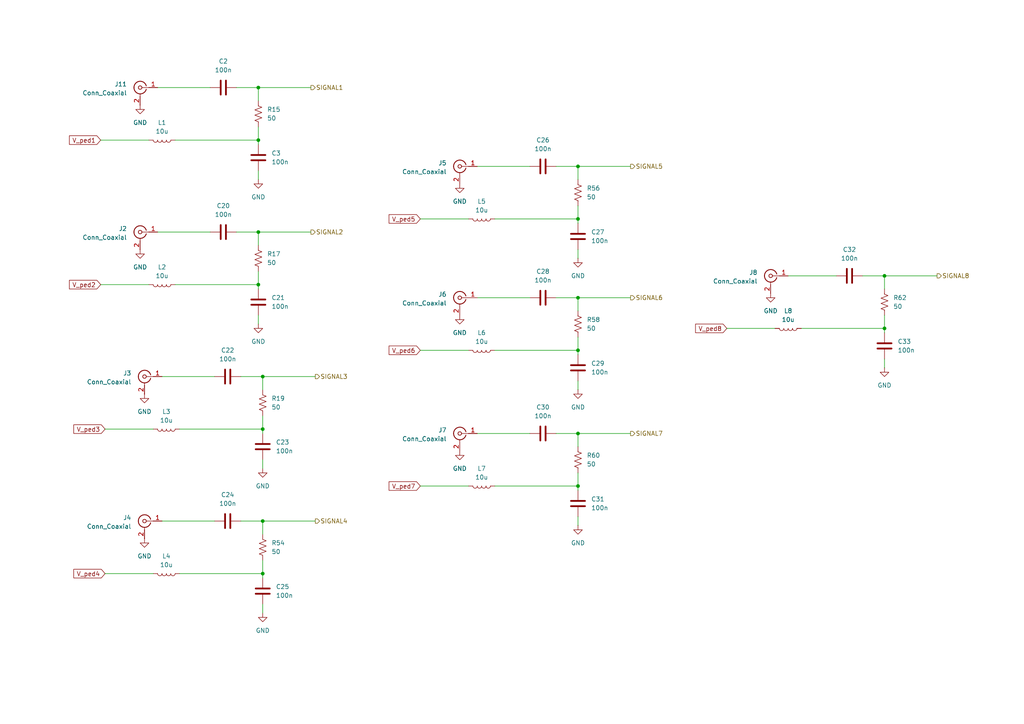
<source format=kicad_sch>
(kicad_sch (version 20231120) (generator "eeschema") (generator_version "8.0")
  (paper "A4")
  (lib_symbols
    (symbol "Connector:Conn_Coaxial" (pin_names (offset 1.016) hide)
      (property "Reference" "J" (at 0.254 3.048 0))
      (property "Value" "Conn_Coaxial" (at 2.921 0 90))
      (symbol "Conn_Coaxial_0_1"
        (arc (start -1.778 -0.508) (mid 0.2311 -1.8066) (end 1.778 0) (stroke (width 0.254)))
        (polyline (pts (xy -2.54 0) (xy -0.508 0)))
        (polyline (pts (xy 0 -2.54) (xy 0 -1.778)))
        (circle (center 0 0) (radius 0.508) (stroke (width 0.2032)))
        (arc (start 1.778 0) (mid 0.2099 1.8101) (end -1.778 0.508) (stroke (width 0.254)))
      )
      (symbol "Conn_Coaxial_1_1"
        (pin passive line (at -5.08 0 0) (length 2.54) (name "In") (number "1"))
        (pin passive line (at 0 -5.08 90) (length 2.54) (name "Ext") (number "2"))
      )
    )
    (symbol "Device:C" (pin_numbers hide) (pin_names (offset 0.254))
      (property "Reference" "C" (at 0.635 2.54 0))
      (property "Value" "C" (at 0.635 -2.54 0))
      (symbol "C_0_1"
        (polyline (pts (xy -2.032 -0.762) (xy 2.032 -0.762)) (stroke (width 0.508)))
        (polyline (pts (xy -2.032 0.762) (xy 2.032 0.762)) (stroke (width 0.508)))
      )
      (symbol "C_1_1"
        (pin passive line (at 0 3.81 270) (length 2.794) (name "~") (number "1"))
        (pin passive line (at 0 -3.81 90) (length 2.794) (name "~") (number "2"))
      )
    )
    (symbol "Device:L" (pin_numbers hide) (pin_names (offset 1.016) hide)
      (property "Reference" "L" (at -1.27 0 90))
      (property "Value" "L" (at 1.905 0 90))
      (symbol "L_0_1"
        (arc (start 0 -2.54) (mid 0.6323 -1.905) (end 0 -1.27))
        (arc (start 0 -1.27) (mid 0.6323 -0.635) (end 0 0))
        (arc (start 0 0) (mid 0.6323 0.635) (end 0 1.27))
        (arc (start 0 1.27) (mid 0.6323 1.905) (end 0 2.54))
      )
      (symbol "L_1_1"
        (pin passive line (at 0 3.81 270) (length 1.27) (name "1") (number "1"))
        (pin passive line (at 0 -3.81 90) (length 1.27) (name "2") (number "2"))
      )
    )
    (symbol "Device:R_US" (pin_numbers hide) (pin_names (offset 0))
      (property "Reference" "R" (at 2.54 0 90))
      (property "Value" "R_US" (at -2.54 0 90))
      (symbol "R_US_0_1"
        (polyline (pts (xy 0 -2.286) (xy 0 -2.54)))
        (polyline (pts (xy 0 2.286) (xy 0 2.54)))
        (polyline (pts (xy 0 -0.762) (xy 1.016 -1.143) (xy 0 -1.524) (xy -1.016 -1.905) (xy 0 -2.286)))
        (polyline (pts (xy 0 0.762) (xy 1.016 0.381) (xy 0 0) (xy -1.016 -0.381) (xy 0 -0.762)))
        (polyline (pts (xy 0 2.286) (xy 1.016 1.905) (xy 0 1.524) (xy -1.016 1.143) (xy 0 0.762)))
      )
      (symbol "R_US_1_1"
        (pin passive line (at 0 3.81 270) (length 1.27) (name "~") (number "1"))
        (pin passive line (at 0 -3.81 90) (length 1.27) (name "~") (number "2"))
      )
    )
    (symbol "power:GND" (power) (pin_numbers hide) (pin_names (offset 0) hide)
      (property "Value" "GND" (at 0 -3.81 0))
      (symbol "GND_0_1"
        (polyline (pts (xy 0 0) (xy 0 -1.27) (xy 1.27 -1.27) (xy 0 -2.54) (xy -1.27 -1.27) (xy 0 -1.27)))
      )
      (symbol "GND_1_1"
        (pin power_in line (at 0 0 270) (length 0) (name "~") (number "1"))
      )
    )
  )
  (junction (at 76.2 166.37))
  (junction (at 74.93 40.64))
  (junction (at 167.64 63.5))
  (junction (at 167.64 140.97))
  (junction (at 167.64 48.26))
  (junction (at 74.93 25.4))
  (junction (at 74.93 67.31))
  (junction (at 167.64 86.36))
  (junction (at 256.54 95.25))
  (junction (at 256.54 80.01))
  (junction (at 76.2 109.22))
  (junction (at 76.2 151.13))
  (junction (at 167.64 101.6))
  (junction (at 167.64 125.73))
  (junction (at 74.93 82.55))
  (junction (at 76.2 124.46))
  (wire (pts (xy 167.64 140.97) (xy 167.64 142.24)))
  (wire (pts (xy 161.29 48.26) (xy 167.64 48.26)))
  (wire (pts (xy 46.99 151.13) (xy 62.23 151.13)))
  (wire (pts (xy 46.99 109.22) (xy 62.23 109.22)))
  (wire (pts (xy 52.07 166.37) (xy 76.2 166.37)))
  (wire (pts (xy 76.2 133.35) (xy 76.2 135.89)))
  (wire (pts (xy 121.92 101.6) (xy 135.89 101.6)))
  (wire (pts (xy 74.93 25.4) (xy 74.93 29.21)))
  (wire (pts (xy 76.2 151.13) (xy 76.2 154.94)))
  (wire (pts (xy 167.64 101.6) (xy 167.64 102.87)))
  (wire (pts (xy 68.58 67.31) (xy 74.93 67.31)))
  (wire (pts (xy 74.93 49.53) (xy 74.93 52.07)))
  (wire (pts (xy 30.48 166.37) (xy 44.45 166.37)))
  (wire (pts (xy 74.93 67.31) (xy 90.17 67.31)))
  (wire (pts (xy 76.2 175.26) (xy 76.2 177.8)))
  (wire (pts (xy 76.2 166.37) (xy 76.2 167.64)))
  (wire (pts (xy 143.51 101.6) (xy 167.64 101.6)))
  (wire (pts (xy 138.43 48.26) (xy 153.67 48.26)))
  (wire (pts (xy 52.07 124.46) (xy 76.2 124.46)))
  (wire (pts (xy 167.64 86.36) (xy 167.64 90.17)))
  (wire (pts (xy 76.2 151.13) (xy 91.44 151.13)))
  (wire (pts (xy 74.93 25.4) (xy 90.17 25.4)))
  (wire (pts (xy 167.64 137.16) (xy 167.64 140.97)))
  (wire (pts (xy 121.92 63.5) (xy 135.89 63.5)))
  (wire (pts (xy 167.64 86.36) (xy 182.88 86.36)))
  (wire (pts (xy 69.85 151.13) (xy 76.2 151.13)))
  (wire (pts (xy 167.64 149.86) (xy 167.64 152.4)))
  (wire (pts (xy 256.54 80.01) (xy 271.78 80.01)))
  (wire (pts (xy 232.41 95.25) (xy 256.54 95.25)))
  (wire (pts (xy 161.29 86.36) (xy 167.64 86.36)))
  (wire (pts (xy 74.93 82.55) (xy 74.93 83.82)))
  (wire (pts (xy 76.2 124.46) (xy 76.2 125.73)))
  (wire (pts (xy 74.93 67.31) (xy 74.93 71.12)))
  (wire (pts (xy 74.93 40.64) (xy 74.93 41.91)))
  (wire (pts (xy 167.64 125.73) (xy 182.88 125.73)))
  (wire (pts (xy 45.72 25.4) (xy 60.96 25.4)))
  (wire (pts (xy 138.43 86.36) (xy 153.67 86.36)))
  (wire (pts (xy 29.21 40.64) (xy 43.18 40.64)))
  (wire (pts (xy 256.54 91.44) (xy 256.54 95.25)))
  (wire (pts (xy 250.19 80.01) (xy 256.54 80.01)))
  (wire (pts (xy 68.58 25.4) (xy 74.93 25.4)))
  (wire (pts (xy 29.21 82.55) (xy 43.18 82.55)))
  (wire (pts (xy 210.82 95.25) (xy 224.79 95.25)))
  (wire (pts (xy 167.64 97.79) (xy 167.64 101.6)))
  (wire (pts (xy 167.64 110.49) (xy 167.64 113.03)))
  (wire (pts (xy 167.64 59.69) (xy 167.64 63.5)))
  (wire (pts (xy 74.93 78.74) (xy 74.93 82.55)))
  (wire (pts (xy 167.64 48.26) (xy 182.88 48.26)))
  (wire (pts (xy 167.64 125.73) (xy 167.64 129.54)))
  (wire (pts (xy 74.93 91.44) (xy 74.93 93.98)))
  (wire (pts (xy 228.6 80.01) (xy 242.57 80.01)))
  (wire (pts (xy 161.29 125.73) (xy 167.64 125.73)))
  (wire (pts (xy 167.64 63.5) (xy 167.64 64.77)))
  (wire (pts (xy 50.8 82.55) (xy 74.93 82.55)))
  (wire (pts (xy 50.8 40.64) (xy 74.93 40.64)))
  (wire (pts (xy 30.48 124.46) (xy 44.45 124.46)))
  (wire (pts (xy 76.2 162.56) (xy 76.2 166.37)))
  (wire (pts (xy 76.2 109.22) (xy 76.2 113.03)))
  (wire (pts (xy 74.93 36.83) (xy 74.93 40.64)))
  (wire (pts (xy 256.54 95.25) (xy 256.54 96.52)))
  (wire (pts (xy 167.64 72.39) (xy 167.64 74.93)))
  (wire (pts (xy 45.72 67.31) (xy 60.96 67.31)))
  (wire (pts (xy 143.51 63.5) (xy 167.64 63.5)))
  (wire (pts (xy 256.54 80.01) (xy 256.54 83.82)))
  (wire (pts (xy 76.2 109.22) (xy 91.44 109.22)))
  (wire (pts (xy 138.43 125.73) (xy 153.67 125.73)))
  (wire (pts (xy 69.85 109.22) (xy 76.2 109.22)))
  (wire (pts (xy 143.51 140.97) (xy 167.64 140.97)))
  (wire (pts (xy 121.92 140.97) (xy 135.89 140.97)))
  (wire (pts (xy 256.54 104.14) (xy 256.54 106.68)))
  (wire (pts (xy 76.2 120.65) (xy 76.2 124.46)))
  (wire (pts (xy 167.64 48.26) (xy 167.64 52.07)))
  (global_label "V_ped7" (shape input) (at 121.92 140.97 180) (property "Intersheetrefs" "${INTERSHEET_REFS}" (effects (hide yes))))
  (global_label "V_ped1" (shape input) (at 29.21 40.64 180) (property "Intersheetrefs" "${INTERSHEET_REFS}" (effects (hide yes))))
  (global_label "V_ped5" (shape input) (at 121.92 63.5 180) (property "Intersheetrefs" "${INTERSHEET_REFS}" (effects (hide yes))))
  (global_label "V_ped2" (shape input) (at 29.21 82.55 180) (property "Intersheetrefs" "${INTERSHEET_REFS}" (effects (hide yes))))
  (global_label "V_ped6" (shape input) (at 121.92 101.6 180) (property "Intersheetrefs" "${INTERSHEET_REFS}" (effects (hide yes))))
  (global_label "V_ped4" (shape input) (at 30.48 166.37 180) (property "Intersheetrefs" "${INTERSHEET_REFS}" (effects (hide yes))))
  (global_label "V_ped3" (shape input) (at 30.48 124.46 180) (property "Intersheetrefs" "${INTERSHEET_REFS}" (effects (hide yes))))
  (global_label "V_ped8" (shape input) (at 210.82 95.25 180) (property "Intersheetrefs" "${INTERSHEET_REFS}" (effects (hide yes))))
  (hierarchical_label "SIGNAL7" (shape output) (at 182.88 125.73 0))
  (hierarchical_label "SIGNAL4" (shape output) (at 91.44 151.13 0))
  (hierarchical_label "SIGNAL3" (shape output) (at 91.44 109.22 0))
  (hierarchical_label "SIGNAL5" (shape output) (at 182.88 48.26 0))
  (hierarchical_label "SIGNAL2" (shape output) (at 90.17 67.31 0))
  (hierarchical_label "SIGNAL6" (shape output) (at 182.88 86.36 0))
  (hierarchical_label "SIGNAL8" (shape output) (at 271.78 80.01 0))
  (hierarchical_label "SIGNAL1" (shape output) (at 90.17 25.4 0))
  (symbol (lib_id "Device:C") (at 76.2 171.45 0) (unit 1)
    (property "Reference" "C25" (at 80.01 170.1799 0) (effects (justify left)))
    (property "Value" "100n" (at 80.01 172.7199 0) (effects (justify left)))
    (property "Footprint" "Capacitor_SMD:C_0603_1608Metric" (effects (hide yes)))
    (property "Description" "Unpolarized capacitor" (effects (hide yes)))
  )
  (symbol (lib_id "power:GND") (at 76.2 177.8 0) (unit 1)
    (property "Reference" "#PWR030" (effects (hide yes)))
    (property "Value" "GND" (at 76.2 182.88 0))
    (property "Description" "Power symbol creates a global label with name \"GND\" , ground" (effects (hide yes)))
  )
  (symbol (lib_id "Connector:Conn_Coaxial") (at 41.91 109.22 0) (mirror y) (unit 1)
    (property "Reference" "J3" (at 38.1 108.2431 0) (effects (justify left)))
    (property "Value" "Conn_Coaxial" (at 38.1 110.7831 0) (effects (justify left)))
    (property "Footprint" "Connector_Coaxial:SMA_Amphenol_132134-14_Vertical" (effects (hide yes)))
    (property "Description" "coaxial connector (BNC, SMA, SMB, SMC, Cinch/RCA, LEMO, ...)" (effects (hide yes)))
  )
  (symbol (lib_id "Device:C") (at 66.04 109.22 270) (unit 1)
    (property "Reference" "C22" (at 66.04 101.6 90))
    (property "Value" "100n" (at 66.04 104.14 90))
    (property "Footprint" "Capacitor_SMD:C_0603_1608Metric" (effects (hide yes)))
    (property "Description" "Unpolarized capacitor" (effects (hide yes)))
  )
  (symbol (lib_id "Device:C") (at 167.64 68.58 0) (unit 1)
    (property "Reference" "C27" (at 171.45 67.3099 0) (effects (justify left)))
    (property "Value" "100n" (at 171.45 69.8499 0) (effects (justify left)))
    (property "Footprint" "Capacitor_SMD:C_0603_1608Metric" (effects (hide yes)))
    (property "Description" "Unpolarized capacitor" (effects (hide yes)))
  )
  (symbol (lib_id "Device:C") (at 66.04 151.13 270) (unit 1)
    (property "Reference" "C24" (at 66.04 143.51 90))
    (property "Value" "100n" (at 66.04 146.05 90))
    (property "Footprint" "Capacitor_SMD:C_0603_1608Metric" (effects (hide yes)))
    (property "Description" "Unpolarized capacitor" (effects (hide yes)))
  )
  (symbol (lib_id "Device:C") (at 64.77 25.4 270) (unit 1)
    (property "Reference" "C2" (at 64.77 17.78 90))
    (property "Value" "100n" (at 64.77 20.32 90))
    (property "Footprint" "Capacitor_SMD:C_0603_1608Metric" (effects (hide yes)))
    (property "Description" "Unpolarized capacitor" (effects (hide yes)))
  )
  (symbol (lib_id "Device:C") (at 74.93 87.63 0) (unit 1)
    (property "Reference" "C21" (at 78.74 86.3599 0) (effects (justify left)))
    (property "Value" "100n" (at 78.74 88.8999 0) (effects (justify left)))
    (property "Footprint" "Capacitor_SMD:C_0603_1608Metric" (effects (hide yes)))
    (property "Description" "Unpolarized capacitor" (effects (hide yes)))
  )
  (symbol (lib_id "Device:R_US") (at 256.54 87.63 180) (unit 1)
    (property "Reference" "R62" (at 259.08 86.3599 0) (effects (justify right)))
    (property "Value" "50" (at 259.08 88.8999 0) (effects (justify right)))
    (property "Footprint" "Resistor_SMD:R_0603_1608Metric" (effects (hide yes)))
    (property "Description" "Resistor, US symbol" (effects (hide yes)))
  )
  (symbol (lib_id "Connector:Conn_Coaxial") (at 40.64 25.4 0) (mirror y) (unit 1)
    (property "Reference" "J11" (at 36.83 24.4231 0) (effects (justify left)))
    (property "Value" "Conn_Coaxial" (at 36.83 26.9631 0) (effects (justify left)))
    (property "Footprint" "Connector_Coaxial:SMA_Amphenol_132134-14_Vertical" (effects (hide yes)))
    (property "Description" "coaxial connector (BNC, SMA, SMB, SMC, Cinch/RCA, LEMO, ...)" (effects (hide yes)))
  )
  (symbol (lib_id "power:GND") (at 76.2 135.89 0) (unit 1)
    (property "Reference" "#PWR028" (effects (hide yes)))
    (property "Value" "GND" (at 76.2 140.97 0))
    (property "Description" "Power symbol creates a global label with name \"GND\" , ground" (effects (hide yes)))
  )
  (symbol (lib_id "Device:C") (at 157.48 48.26 270) (unit 1)
    (property "Reference" "C26" (at 157.48 40.64 90))
    (property "Value" "100n" (at 157.48 43.18 90))
    (property "Footprint" "Capacitor_SMD:C_0603_1608Metric" (effects (hide yes)))
    (property "Description" "Unpolarized capacitor" (effects (hide yes)))
  )
  (symbol (lib_id "Device:C") (at 246.38 80.01 270) (unit 1)
    (property "Reference" "C32" (at 246.38 72.39 90))
    (property "Value" "100n" (at 246.38 74.93 90))
    (property "Footprint" "Capacitor_SMD:C_0603_1608Metric" (effects (hide yes)))
    (property "Description" "Unpolarized capacitor" (effects (hide yes)))
  )
  (symbol (lib_id "power:GND") (at 41.91 114.3 0) (unit 1)
    (property "Reference" "#PWR027" (effects (hide yes)))
    (property "Value" "GND" (at 41.91 119.38 0))
    (property "Description" "Power symbol creates a global label with name \"GND\" , ground" (effects (hide yes)))
  )
  (symbol (lib_id "Connector:Conn_Coaxial") (at 40.64 67.31 0) (mirror y) (unit 1)
    (property "Reference" "J2" (at 36.83 66.3331 0) (effects (justify left)))
    (property "Value" "Conn_Coaxial" (at 36.83 68.8731 0) (effects (justify left)))
    (property "Footprint" "Connector_Coaxial:SMA_Amphenol_132134-14_Vertical" (effects (hide yes)))
    (property "Description" "coaxial connector (BNC, SMA, SMB, SMC, Cinch/RCA, LEMO, ...)" (effects (hide yes)))
  )
  (symbol (lib_id "power:GND") (at 167.64 152.4 0) (unit 1)
    (property "Reference" "#PWR036" (effects (hide yes)))
    (property "Value" "GND" (at 167.64 157.48 0))
    (property "Description" "Power symbol creates a global label with name \"GND\" , ground" (effects (hide yes)))
  )
  (symbol (lib_id "power:GND") (at 167.64 74.93 0) (unit 1)
    (property "Reference" "#PWR032" (effects (hide yes)))
    (property "Value" "GND" (at 167.64 80.01 0))
    (property "Description" "Power symbol creates a global label with name \"GND\" , ground" (effects (hide yes)))
  )
  (symbol (lib_id "power:GND") (at 74.93 52.07 0) (unit 1)
    (property "Reference" "#PWR024" (effects (hide yes)))
    (property "Value" "GND" (at 74.93 57.15 0))
    (property "Description" "Power symbol creates a global label with name \"GND\" , ground" (effects (hide yes)))
  )
  (symbol (lib_id "Device:L") (at 46.99 82.55 270) (unit 1)
    (property "Reference" "L2" (at 46.99 77.47 90))
    (property "Value" "10u" (at 46.99 80.01 90))
    (property "Footprint" "Inductor_SMD:L_0603_1608Metric_Pad1.05x0.95mm_HandSolder" (effects (hide yes)))
    (property "Description" "Inductor" (effects (hide yes)))
  )
  (symbol (lib_id "Device:L") (at 139.7 140.97 270) (unit 1)
    (property "Reference" "L7" (at 139.7 135.89 90))
    (property "Value" "10u" (at 139.7 138.43 90))
    (property "Footprint" "Inductor_SMD:L_0603_1608Metric_Pad1.05x0.95mm_HandSolder" (effects (hide yes)))
    (property "Description" "Inductor" (effects (hide yes)))
  )
  (symbol (lib_id "Device:C") (at 76.2 129.54 0) (unit 1)
    (property "Reference" "C23" (at 80.01 128.2699 0) (effects (justify left)))
    (property "Value" "100n" (at 80.01 130.8099 0) (effects (justify left)))
    (property "Footprint" "Capacitor_SMD:C_0603_1608Metric" (effects (hide yes)))
    (property "Description" "Unpolarized capacitor" (effects (hide yes)))
  )
  (symbol (lib_id "Device:R_US") (at 74.93 33.02 180) (unit 1)
    (property "Reference" "R15" (at 77.47 31.7499 0) (effects (justify right)))
    (property "Value" "50" (at 77.47 34.2899 0) (effects (justify right)))
    (property "Footprint" "Resistor_SMD:R_0603_1608Metric" (effects (hide yes)))
    (property "Description" "Resistor, US symbol" (effects (hide yes)))
  )
  (symbol (lib_id "Connector:Conn_Coaxial") (at 41.91 151.13 0) (mirror y) (unit 1)
    (property "Reference" "J4" (at 38.1 150.1531 0) (effects (justify left)))
    (property "Value" "Conn_Coaxial" (at 38.1 152.6931 0) (effects (justify left)))
    (property "Footprint" "Connector_Coaxial:SMA_Amphenol_132134-14_Vertical" (effects (hide yes)))
    (property "Description" "coaxial connector (BNC, SMA, SMB, SMC, Cinch/RCA, LEMO, ...)" (effects (hide yes)))
  )
  (symbol (lib_id "power:GND") (at 74.93 93.98 0) (unit 1)
    (property "Reference" "#PWR026" (effects (hide yes)))
    (property "Value" "GND" (at 74.93 99.06 0))
    (property "Description" "Power symbol creates a global label with name \"GND\" , ground" (effects (hide yes)))
  )
  (symbol (lib_id "Connector:Conn_Coaxial") (at 133.35 48.26 0) (mirror y) (unit 1)
    (property "Reference" "J5" (at 129.54 47.2831 0) (effects (justify left)))
    (property "Value" "Conn_Coaxial" (at 129.54 49.8231 0) (effects (justify left)))
    (property "Footprint" "Connector_Coaxial:SMA_Amphenol_132134-14_Vertical" (effects (hide yes)))
    (property "Description" "coaxial connector (BNC, SMA, SMB, SMC, Cinch/RCA, LEMO, ...)" (effects (hide yes)))
  )
  (symbol (lib_id "power:GND") (at 223.52 85.09 0) (unit 1)
    (property "Reference" "#PWR037" (effects (hide yes)))
    (property "Value" "GND" (at 223.52 90.17 0))
    (property "Description" "Power symbol creates a global label with name \"GND\" , ground" (effects (hide yes)))
  )
  (symbol (lib_id "Device:R_US") (at 76.2 158.75 180) (unit 1)
    (property "Reference" "R54" (at 78.74 157.4799 0) (effects (justify right)))
    (property "Value" "50" (at 78.74 160.0199 0) (effects (justify right)))
    (property "Footprint" "Resistor_SMD:R_0603_1608Metric" (effects (hide yes)))
    (property "Description" "Resistor, US symbol" (effects (hide yes)))
  )
  (symbol (lib_id "Connector:Conn_Coaxial") (at 133.35 125.73 0) (mirror y) (unit 1)
    (property "Reference" "J7" (at 129.54 124.7531 0) (effects (justify left)))
    (property "Value" "Conn_Coaxial" (at 129.54 127.2931 0) (effects (justify left)))
    (property "Footprint" "Connector_Coaxial:SMA_Amphenol_132134-14_Vertical" (effects (hide yes)))
    (property "Description" "coaxial connector (BNC, SMA, SMB, SMC, Cinch/RCA, LEMO, ...)" (effects (hide yes)))
  )
  (symbol (lib_id "power:GND") (at 133.35 130.81 0) (unit 1)
    (property "Reference" "#PWR035" (effects (hide yes)))
    (property "Value" "GND" (at 133.35 135.89 0))
    (property "Description" "Power symbol creates a global label with name \"GND\" , ground" (effects (hide yes)))
  )
  (symbol (lib_id "Device:R_US") (at 74.93 74.93 180) (unit 1)
    (property "Reference" "R17" (at 77.47 73.6599 0) (effects (justify right)))
    (property "Value" "50" (at 77.47 76.1999 0) (effects (justify right)))
    (property "Footprint" "Resistor_SMD:R_0603_1608Metric" (effects (hide yes)))
    (property "Description" "Resistor, US symbol" (effects (hide yes)))
  )
  (symbol (lib_id "power:GND") (at 133.35 91.44 0) (unit 1)
    (property "Reference" "#PWR033" (effects (hide yes)))
    (property "Value" "GND" (at 133.35 96.52 0))
    (property "Description" "Power symbol creates a global label with name \"GND\" , ground" (effects (hide yes)))
  )
  (symbol (lib_id "Device:R_US") (at 76.2 116.84 180) (unit 1)
    (property "Reference" "R19" (at 78.74 115.5699 0) (effects (justify right)))
    (property "Value" "50" (at 78.74 118.1099 0) (effects (justify right)))
    (property "Footprint" "Resistor_SMD:R_0603_1608Metric" (effects (hide yes)))
    (property "Description" "Resistor, US symbol" (effects (hide yes)))
  )
  (symbol (lib_id "Device:L") (at 139.7 63.5 270) (unit 1)
    (property "Reference" "L5" (at 139.7 58.42 90))
    (property "Value" "10u" (at 139.7 60.96 90))
    (property "Footprint" "Inductor_SMD:L_0603_1608Metric_Pad1.05x0.95mm_HandSolder" (effects (hide yes)))
    (property "Description" "Inductor" (effects (hide yes)))
  )
  (symbol (lib_id "power:GND") (at 41.91 156.21 0) (unit 1)
    (property "Reference" "#PWR029" (effects (hide yes)))
    (property "Value" "GND" (at 41.91 161.29 0))
    (property "Description" "Power symbol creates a global label with name \"GND\" , ground" (effects (hide yes)))
  )
  (symbol (lib_id "Device:R_US") (at 167.64 133.35 180) (unit 1)
    (property "Reference" "R60" (at 170.18 132.0799 0) (effects (justify right)))
    (property "Value" "50" (at 170.18 134.6199 0) (effects (justify right)))
    (property "Footprint" "Resistor_SMD:R_0603_1608Metric" (effects (hide yes)))
    (property "Description" "Resistor, US symbol" (effects (hide yes)))
  )
  (symbol (lib_id "Device:C") (at 167.64 106.68 0) (unit 1)
    (property "Reference" "C29" (at 171.45 105.4099 0) (effects (justify left)))
    (property "Value" "100n" (at 171.45 107.9499 0) (effects (justify left)))
    (property "Footprint" "Capacitor_SMD:C_0603_1608Metric" (effects (hide yes)))
    (property "Description" "Unpolarized capacitor" (effects (hide yes)))
  )
  (symbol (lib_id "Device:C") (at 157.48 125.73 270) (unit 1)
    (property "Reference" "C30" (at 157.48 118.11 90))
    (property "Value" "100n" (at 157.48 120.65 90))
    (property "Footprint" "Capacitor_SMD:C_0603_1608Metric" (effects (hide yes)))
    (property "Description" "Unpolarized capacitor" (effects (hide yes)))
  )
  (symbol (lib_id "Device:L") (at 48.26 166.37 270) (unit 1)
    (property "Reference" "L4" (at 48.26 161.29 90))
    (property "Value" "10u" (at 48.26 163.83 90))
    (property "Footprint" "Inductor_SMD:L_0603_1608Metric_Pad1.05x0.95mm_HandSolder" (effects (hide yes)))
    (property "Description" "Inductor" (effects (hide yes)))
  )
  (symbol (lib_id "power:GND") (at 256.54 106.68 0) (unit 1)
    (property "Reference" "#PWR038" (effects (hide yes)))
    (property "Value" "GND" (at 256.54 111.76 0))
    (property "Description" "Power symbol creates a global label with name \"GND\" , ground" (effects (hide yes)))
  )
  (symbol (lib_id "Device:L") (at 46.99 40.64 270) (unit 1)
    (property "Reference" "L1" (at 46.99 35.56 90))
    (property "Value" "10u" (at 46.99 38.1 90))
    (property "Footprint" "Inductor_SMD:L_0603_1608Metric_Pad1.05x0.95mm_HandSolder" (effects (hide yes)))
    (property "Description" "Inductor" (effects (hide yes)))
  )
  (symbol (lib_id "power:GND") (at 40.64 72.39 0) (unit 1)
    (property "Reference" "#PWR025" (effects (hide yes)))
    (property "Value" "GND" (at 40.64 77.47 0))
    (property "Description" "Power symbol creates a global label with name \"GND\" , ground" (effects (hide yes)))
  )
  (symbol (lib_id "Device:L") (at 48.26 124.46 270) (unit 1)
    (property "Reference" "L3" (at 48.26 119.38 90))
    (property "Value" "10u" (at 48.26 121.92 90))
    (property "Footprint" "Inductor_SMD:L_0603_1608Metric_Pad1.05x0.95mm_HandSolder" (effects (hide yes)))
    (property "Description" "Inductor" (effects (hide yes)))
  )
  (symbol (lib_id "power:GND") (at 133.35 53.34 0) (unit 1)
    (property "Reference" "#PWR031" (effects (hide yes)))
    (property "Value" "GND" (at 133.35 58.42 0))
    (property "Description" "Power symbol creates a global label with name \"GND\" , ground" (effects (hide yes)))
  )
  (symbol (lib_id "Device:C") (at 157.48 86.36 270) (unit 1)
    (property "Reference" "C28" (at 157.48 78.74 90))
    (property "Value" "100n" (at 157.48 81.28 90))
    (property "Footprint" "Capacitor_SMD:C_0603_1608Metric" (effects (hide yes)))
    (property "Description" "Unpolarized capacitor" (effects (hide yes)))
  )
  (symbol (lib_id "Device:C") (at 74.93 45.72 0) (unit 1)
    (property "Reference" "C3" (at 78.74 44.4499 0) (effects (justify left)))
    (property "Value" "100n" (at 78.74 46.9899 0) (effects (justify left)))
    (property "Footprint" "Capacitor_SMD:C_0603_1608Metric" (effects (hide yes)))
    (property "Description" "Unpolarized capacitor" (effects (hide yes)))
  )
  (symbol (lib_id "Device:L") (at 139.7 101.6 270) (unit 1)
    (property "Reference" "L6" (at 139.7 96.52 90))
    (property "Value" "10u" (at 139.7 99.06 90))
    (property "Footprint" "Inductor_SMD:L_0603_1608Metric_Pad1.05x0.95mm_HandSolder" (effects (hide yes)))
    (property "Description" "Inductor" (effects (hide yes)))
  )
  (symbol (lib_id "Device:C") (at 167.64 146.05 0) (unit 1)
    (property "Reference" "C31" (at 171.45 144.7799 0) (effects (justify left)))
    (property "Value" "100n" (at 171.45 147.3199 0) (effects (justify left)))
    (property "Footprint" "Capacitor_SMD:C_0603_1608Metric" (effects (hide yes)))
    (property "Description" "Unpolarized capacitor" (effects (hide yes)))
  )
  (symbol (lib_id "Device:R_US") (at 167.64 93.98 180) (unit 1)
    (property "Reference" "R58" (at 170.18 92.7099 0) (effects (justify right)))
    (property "Value" "50" (at 170.18 95.2499 0) (effects (justify right)))
    (property "Footprint" "Resistor_SMD:R_0603_1608Metric" (effects (hide yes)))
    (property "Description" "Resistor, US symbol" (effects (hide yes)))
  )
  (symbol (lib_id "Device:C") (at 64.77 67.31 270) (unit 1)
    (property "Reference" "C20" (at 64.77 59.69 90))
    (property "Value" "100n" (at 64.77 62.23 90))
    (property "Footprint" "Capacitor_SMD:C_0603_1608Metric" (effects (hide yes)))
    (property "Description" "Unpolarized capacitor" (effects (hide yes)))
  )
  (symbol (lib_id "Device:C") (at 256.54 100.33 0) (unit 1)
    (property "Reference" "C33" (at 260.35 99.0599 0) (effects (justify left)))
    (property "Value" "100n" (at 260.35 101.5999 0) (effects (justify left)))
    (property "Footprint" "Capacitor_SMD:C_0603_1608Metric" (effects (hide yes)))
    (property "Description" "Unpolarized capacitor" (effects (hide yes)))
  )
  (symbol (lib_id "power:GND") (at 167.64 113.03 0) (unit 1)
    (property "Reference" "#PWR034" (effects (hide yes)))
    (property "Value" "GND" (at 167.64 118.11 0))
    (property "Description" "Power symbol creates a global label with name \"GND\" , ground" (effects (hide yes)))
  )
  (symbol (lib_id "Device:R_US") (at 167.64 55.88 180) (unit 1)
    (property "Reference" "R56" (at 170.18 54.6099 0) (effects (justify right)))
    (property "Value" "50" (at 170.18 57.1499 0) (effects (justify right)))
    (property "Footprint" "Resistor_SMD:R_0603_1608Metric" (effects (hide yes)))
    (property "Description" "Resistor, US symbol" (effects (hide yes)))
  )
  (symbol (lib_id "Device:L") (at 228.6 95.25 270) (unit 1)
    (property "Reference" "L8" (at 228.6 90.17 90))
    (property "Value" "10u" (at 228.6 92.71 90))
    (property "Footprint" "Inductor_SMD:L_0603_1608Metric_Pad1.05x0.95mm_HandSolder" (effects (hide yes)))
    (property "Description" "Inductor" (effects (hide yes)))
  )
  (symbol (lib_id "Connector:Conn_Coaxial") (at 133.35 86.36 0) (mirror y) (unit 1)
    (property "Reference" "J6" (at 129.54 85.3831 0) (effects (justify left)))
    (property "Value" "Conn_Coaxial" (at 129.54 87.9231 0) (effects (justify left)))
    (property "Footprint" "Connector_Coaxial:SMA_Amphenol_132134-14_Vertical" (effects (hide yes)))
    (property "Description" "coaxial connector (BNC, SMA, SMB, SMC, Cinch/RCA, LEMO, ...)" (effects (hide yes)))
  )
  (symbol (lib_id "power:GND") (at 40.64 30.48 0) (unit 1)
    (property "Reference" "#PWR023" (effects (hide yes)))
    (property "Value" "GND" (at 40.64 35.56 0))
    (property "Description" "Power symbol creates a global label with name \"GND\" , ground" (effects (hide yes)))
  )
  (symbol (lib_id "Connector:Conn_Coaxial") (at 223.52 80.01 0) (mirror y) (unit 1)
    (property "Reference" "J8" (at 219.71 79.0331 0) (effects (justify left)))
    (property "Value" "Conn_Coaxial" (at 219.71 81.5731 0) (effects (justify left)))
    (property "Footprint" "Connector_Coaxial:SMA_Amphenol_132134-14_Vertical" (effects (hide yes)))
    (property "Description" "coaxial connector (BNC, SMA, SMB, SMC, Cinch/RCA, LEMO, ...)" (effects (hide yes)))
  )
)
</source>
